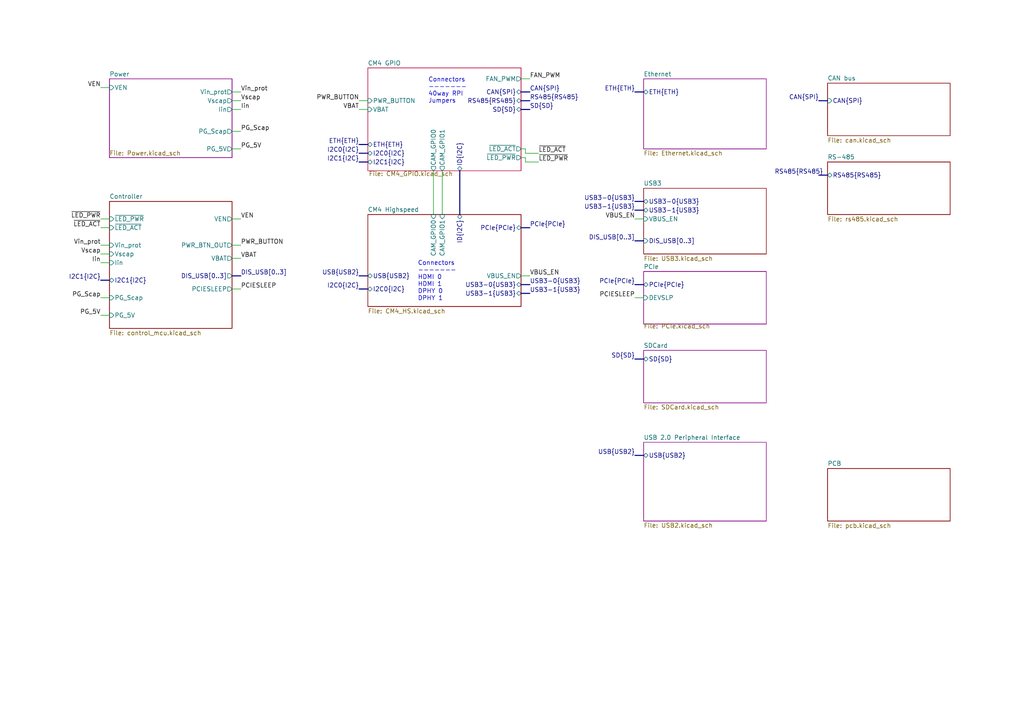
<source format=kicad_sch>
(kicad_sch
	(version 20250114)
	(generator "eeschema")
	(generator_version "9.0")
	(uuid "abc482bd-3f17-4d35-80db-1da3dcdb5c27")
	(paper "A4")
	(title_block
		(title "HALPI2")
		(date "2025-03-27")
		(rev "v0.2.0")
		(company "Hat Labs Oy")
		(comment 1 "https://ohwr.org/cern_ohl_s_v2.pdf")
		(comment 2 "To view a copy of this license, visit ")
		(comment 3 "HALPI2 is licensed under CERN-OHL-S v2.")
	)
	(lib_symbols)
	(text "Connectors\n-------\nHDMI 0\nHDMI 1\nDPHY 0\nDPHY 1"
		(exclude_from_sim no)
		(at 121.158 87.376 0)
		(effects
			(font
				(size 1.27 1.27)
			)
			(justify left bottom)
		)
		(uuid "4bf8a8d5-9f88-49ef-9663-9c163085ac61")
	)
	(text "Connectors\n-------\n40way RPI\nJumpers"
		(exclude_from_sim no)
		(at 124.206 30.099 0)
		(effects
			(font
				(size 1.27 1.27)
			)
			(justify left bottom)
		)
		(uuid "4fd238d0-f3c3-4bab-93f0-7f4050d42d72")
	)
	(wire
		(pts
			(xy 29.21 86.36) (xy 31.75 86.36)
		)
		(stroke
			(width 0)
			(type default)
		)
		(uuid "02888d5d-ee29-4768-86ce-d26fc074b411")
	)
	(bus
		(pts
			(xy 104.14 44.45) (xy 106.68 44.45)
		)
		(stroke
			(width 0)
			(type default)
		)
		(uuid "07415eb4-bae4-4874-b7a8-7507e83a0523")
	)
	(wire
		(pts
			(xy 104.14 29.21) (xy 106.68 29.21)
		)
		(stroke
			(width 0)
			(type default)
		)
		(uuid "0be03eeb-03fc-4bef-bab1-907f7855bf00")
	)
	(bus
		(pts
			(xy 237.49 29.21) (xy 240.03 29.21)
		)
		(stroke
			(width 0)
			(type default)
		)
		(uuid "11246b5c-f547-42cc-9889-4ed92d07b5be")
	)
	(wire
		(pts
			(xy 184.15 63.5) (xy 186.69 63.5)
		)
		(stroke
			(width 0)
			(type default)
		)
		(uuid "11c20af6-f7c7-4cfe-9642-fc10b8eb700e")
	)
	(wire
		(pts
			(xy 29.21 76.2) (xy 31.75 76.2)
		)
		(stroke
			(width 0)
			(type default)
		)
		(uuid "15ef72fe-f541-4b96-ab38-2ee66536867b")
	)
	(wire
		(pts
			(xy 156.21 46.99) (xy 152.4 46.99)
		)
		(stroke
			(width 0)
			(type default)
		)
		(uuid "19b88949-895d-4ece-b5e8-785e183a6549")
	)
	(bus
		(pts
			(xy 184.15 104.14) (xy 186.69 104.14)
		)
		(stroke
			(width 0)
			(type default)
		)
		(uuid "2e1b72bc-cf9c-4ad0-a7de-808f028d98e6")
	)
	(wire
		(pts
			(xy 29.21 71.12) (xy 31.75 71.12)
		)
		(stroke
			(width 0)
			(type default)
		)
		(uuid "44df15e7-d8a7-43ab-9c12-a16c4dd5cbe3")
	)
	(bus
		(pts
			(xy 151.13 26.67) (xy 153.67 26.67)
		)
		(stroke
			(width 0)
			(type default)
		)
		(uuid "46aa125a-f94d-428f-b6f6-45604995952e")
	)
	(wire
		(pts
			(xy 153.67 22.86) (xy 151.13 22.86)
		)
		(stroke
			(width 0)
			(type default)
		)
		(uuid "47719fc4-99a2-469b-ad4b-62db54338f05")
	)
	(wire
		(pts
			(xy 153.67 80.01) (xy 151.13 80.01)
		)
		(stroke
			(width 0)
			(type default)
		)
		(uuid "4eead23a-1c1b-4d18-b973-c93a35ceeb99")
	)
	(wire
		(pts
			(xy 152.4 45.72) (xy 151.13 45.72)
		)
		(stroke
			(width 0)
			(type default)
		)
		(uuid "5b83f614-42ec-4a20-90da-9179920ec64a")
	)
	(wire
		(pts
			(xy 104.14 31.75) (xy 106.68 31.75)
		)
		(stroke
			(width 0)
			(type default)
		)
		(uuid "632b63d3-00af-49da-8f81-637c99d4afdf")
	)
	(wire
		(pts
			(xy 29.21 63.5) (xy 31.75 63.5)
		)
		(stroke
			(width 0)
			(type default)
		)
		(uuid "664bbc6b-5e14-46cf-9c6d-3ce3e0226085")
	)
	(wire
		(pts
			(xy 152.4 43.18) (xy 151.13 43.18)
		)
		(stroke
			(width 0)
			(type default)
		)
		(uuid "6959dddb-e499-4862-b50e-7b46d65c3612")
	)
	(wire
		(pts
			(xy 152.4 45.72) (xy 152.4 46.99)
		)
		(stroke
			(width 0)
			(type default)
		)
		(uuid "6ed1a263-0c1b-406c-8653-e5db724acf6d")
	)
	(bus
		(pts
			(xy 186.69 132.08) (xy 184.15 132.08)
		)
		(stroke
			(width 0)
			(type default)
		)
		(uuid "6f10f722-a7c8-4b83-8ae6-7bde9f116d98")
	)
	(bus
		(pts
			(xy 133.35 49.53) (xy 133.35 62.23)
		)
		(stroke
			(width 0)
			(type default)
		)
		(uuid "72bcda9e-7530-4763-bb42-88bca04e5f57")
	)
	(wire
		(pts
			(xy 69.85 38.1) (xy 67.31 38.1)
		)
		(stroke
			(width 0)
			(type default)
		)
		(uuid "72d310d0-6461-44cd-abf2-e6d1143a86ef")
	)
	(bus
		(pts
			(xy 151.13 31.75) (xy 153.67 31.75)
		)
		(stroke
			(width 0)
			(type default)
		)
		(uuid "7876913a-8174-4eb4-854e-3620e3b671ec")
	)
	(wire
		(pts
			(xy 156.21 44.45) (xy 152.4 44.45)
		)
		(stroke
			(width 0)
			(type default)
		)
		(uuid "7a672645-07cf-495f-b8c3-50c7ea759ef1")
	)
	(bus
		(pts
			(xy 184.15 60.96) (xy 186.69 60.96)
		)
		(stroke
			(width 0)
			(type default)
		)
		(uuid "7d3e892b-fb0f-4355-ba94-9e5c61569599")
	)
	(wire
		(pts
			(xy 67.31 29.21) (xy 69.85 29.21)
		)
		(stroke
			(width 0)
			(type default)
		)
		(uuid "7e36b947-7d02-47fb-9ffa-5e92aed0ee9d")
	)
	(wire
		(pts
			(xy 29.21 91.44) (xy 31.75 91.44)
		)
		(stroke
			(width 0)
			(type default)
		)
		(uuid "84fd132b-8eea-40e4-b893-346ed21e3a93")
	)
	(bus
		(pts
			(xy 184.15 69.85) (xy 186.69 69.85)
		)
		(stroke
			(width 0)
			(type default)
		)
		(uuid "91eae93f-5fc5-4c3f-8df7-b9ecb2fcde57")
	)
	(wire
		(pts
			(xy 69.85 43.18) (xy 67.31 43.18)
		)
		(stroke
			(width 0)
			(type default)
		)
		(uuid "945811e8-ba4c-4fbd-ad01-4d49aa066abd")
	)
	(bus
		(pts
			(xy 237.49 50.8) (xy 240.03 50.8)
		)
		(stroke
			(width 0)
			(type default)
		)
		(uuid "984d820a-c2f3-480d-b74c-aa7894390ec7")
	)
	(wire
		(pts
			(xy 31.75 25.4) (xy 29.21 25.4)
		)
		(stroke
			(width 0)
			(type default)
		)
		(uuid "9ae234bb-349e-41dc-b46e-f89a19e8dd9e")
	)
	(bus
		(pts
			(xy 151.13 66.04) (xy 153.67 66.04)
		)
		(stroke
			(width 0)
			(type default)
		)
		(uuid "a0c67cb0-c52b-4505-9aa7-9c2a1ec76862")
	)
	(bus
		(pts
			(xy 184.15 58.42) (xy 186.69 58.42)
		)
		(stroke
			(width 0)
			(type default)
		)
		(uuid "a8cddcf1-c6cb-496c-a498-cec4c99004de")
	)
	(wire
		(pts
			(xy 67.31 26.67) (xy 69.85 26.67)
		)
		(stroke
			(width 0)
			(type default)
		)
		(uuid "ab65bb74-a5be-47c5-af50-42bd35015593")
	)
	(bus
		(pts
			(xy 69.85 80.01) (xy 67.31 80.01)
		)
		(stroke
			(width 0)
			(type default)
		)
		(uuid "ad85529f-a348-4e41-a247-fd7ef721e49f")
	)
	(bus
		(pts
			(xy 104.14 80.01) (xy 106.68 80.01)
		)
		(stroke
			(width 0)
			(type default)
		)
		(uuid "b10540d3-20d7-4df9-bbfe-0ff414c50fc2")
	)
	(wire
		(pts
			(xy 69.85 83.82) (xy 67.31 83.82)
		)
		(stroke
			(width 0)
			(type default)
		)
		(uuid "b154b013-e748-48d7-b92d-24700c6bd535")
	)
	(wire
		(pts
			(xy 67.31 31.75) (xy 69.85 31.75)
		)
		(stroke
			(width 0)
			(type default)
		)
		(uuid "ba578018-cc09-41c3-9894-e7dc4b7c16d1")
	)
	(bus
		(pts
			(xy 151.13 82.55) (xy 153.67 82.55)
		)
		(stroke
			(width 0)
			(type default)
		)
		(uuid "c62b83e4-e920-4fd7-9745-55c9824f417f")
	)
	(wire
		(pts
			(xy 69.85 71.12) (xy 67.31 71.12)
		)
		(stroke
			(width 0)
			(type default)
		)
		(uuid "ca6200a2-ad3a-43e8-bbc3-900255514a80")
	)
	(bus
		(pts
			(xy 151.13 85.09) (xy 153.67 85.09)
		)
		(stroke
			(width 0)
			(type default)
		)
		(uuid "ca72bd1d-bf8d-42f6-9e86-3b483ef7a605")
	)
	(bus
		(pts
			(xy 186.69 26.67) (xy 184.15 26.67)
		)
		(stroke
			(width 0)
			(type default)
		)
		(uuid "cefcc49e-b6c3-4e6f-ab84-cd1ccb653705")
	)
	(wire
		(pts
			(xy 69.85 63.5) (xy 67.31 63.5)
		)
		(stroke
			(width 0)
			(type default)
		)
		(uuid "d4e3db4b-00e7-472c-81ae-25dfdab8c7e5")
	)
	(wire
		(pts
			(xy 29.21 73.66) (xy 31.75 73.66)
		)
		(stroke
			(width 0)
			(type default)
		)
		(uuid "d97b66b4-5d13-45de-9a8c-98e851f7c037")
	)
	(wire
		(pts
			(xy 184.15 86.36) (xy 186.69 86.36)
		)
		(stroke
			(width 0)
			(type default)
		)
		(uuid "dacb4558-c016-4bd6-bb85-21fa1329beaa")
	)
	(bus
		(pts
			(xy 29.21 81.28) (xy 31.75 81.28)
		)
		(stroke
			(width 0)
			(type default)
		)
		(uuid "dbebc403-e11b-484c-a352-b3ecec786af3")
	)
	(wire
		(pts
			(xy 125.73 49.53) (xy 125.73 62.23)
		)
		(stroke
			(width 0)
			(type default)
		)
		(uuid "de1e6e08-2499-4531-b886-96feafb46433")
	)
	(bus
		(pts
			(xy 104.14 46.99) (xy 106.68 46.99)
		)
		(stroke
			(width 0)
			(type default)
		)
		(uuid "df0941fc-aba9-4515-92d4-63f6a84c0ffe")
	)
	(wire
		(pts
			(xy 69.85 74.93) (xy 67.31 74.93)
		)
		(stroke
			(width 0)
			(type default)
		)
		(uuid "e61f2686-05cf-4a03-9411-28a02e9843b0")
	)
	(bus
		(pts
			(xy 104.14 41.91) (xy 106.68 41.91)
		)
		(stroke
			(width 0)
			(type default)
		)
		(uuid "e9123295-1a01-4863-98dd-cd43f85e68cc")
	)
	(wire
		(pts
			(xy 152.4 43.18) (xy 152.4 44.45)
		)
		(stroke
			(width 0)
			(type default)
		)
		(uuid "e9b0a3bd-e7d0-4edc-a244-3c1f3e3e625e")
	)
	(bus
		(pts
			(xy 104.14 83.82) (xy 106.68 83.82)
		)
		(stroke
			(width 0)
			(type default)
		)
		(uuid "f30fa3a9-1431-4deb-b971-b89cd1816d45")
	)
	(bus
		(pts
			(xy 184.15 82.55) (xy 186.69 82.55)
		)
		(stroke
			(width 0)
			(type default)
		)
		(uuid "f54e951c-590d-484d-a835-f27478cef03a")
	)
	(wire
		(pts
			(xy 29.21 66.04) (xy 31.75 66.04)
		)
		(stroke
			(width 0)
			(type default)
		)
		(uuid "fb7f5527-97ef-48d5-acf8-d7a76a34c82e")
	)
	(bus
		(pts
			(xy 151.13 29.21) (xy 153.67 29.21)
		)
		(stroke
			(width 0)
			(type default)
		)
		(uuid "fb8c7d56-3e68-4ec4-a165-4a5833cbeff2")
	)
	(wire
		(pts
			(xy 128.27 49.53) (xy 128.27 62.23)
		)
		(stroke
			(width 0)
			(type default)
		)
		(uuid "fc382bbf-6f0b-4eed-9aef-230831d902ad")
	)
	(label "VEN"
		(at 29.21 25.4 180)
		(effects
			(font
				(size 1.27 1.27)
			)
			(justify right bottom)
		)
		(uuid "031d2594-5018-40ac-9c52-80dca5fa7a73")
	)
	(label "SD{SD}"
		(at 184.15 104.14 180)
		(effects
			(font
				(size 1.27 1.27)
			)
			(justify right bottom)
		)
		(uuid "033d42b8-ec0a-464e-ba57-40cb8a16086f")
	)
	(label "PCIESLEEP"
		(at 69.85 83.82 0)
		(effects
			(font
				(size 1.27 1.27)
			)
			(justify left bottom)
		)
		(uuid "0371c1c1-107c-434b-9bab-e02f957b326b")
	)
	(label "I2C0{I2C}"
		(at 104.14 44.45 180)
		(effects
			(font
				(size 1.27 1.27)
			)
			(justify right bottom)
		)
		(uuid "1293c695-1c68-4e1b-8bfa-e6d5de63338a")
	)
	(label "USB{USB2}"
		(at 104.14 80.01 180)
		(effects
			(font
				(size 1.27 1.27)
			)
			(justify right bottom)
		)
		(uuid "142ef35c-e64f-4a62-9df9-c8e64d0f88b7")
	)
	(label "SD{SD}"
		(at 153.67 31.75 0)
		(effects
			(font
				(size 1.27 1.27)
			)
			(justify left bottom)
		)
		(uuid "177ca6eb-6ef4-454a-8f1d-88e745bfa4ee")
	)
	(label "CAN{SPI}"
		(at 237.49 29.21 180)
		(effects
			(font
				(size 1.27 1.27)
			)
			(justify right bottom)
		)
		(uuid "179a2fb1-6cd4-4669-96ad-fa76b03cb52d")
	)
	(label "RS485{RS485}"
		(at 238.76 50.8 180)
		(effects
			(font
				(size 1.27 1.27)
			)
			(justify right bottom)
		)
		(uuid "17cd0dad-b67b-4096-af02-5bed1355aed9")
	)
	(label "VBUS_EN"
		(at 184.15 63.5 180)
		(effects
			(font
				(size 1.27 1.27)
			)
			(justify right bottom)
		)
		(uuid "1e079eeb-542e-4748-ac46-f5b944731926")
	)
	(label "USB{USB2}"
		(at 184.15 132.08 180)
		(effects
			(font
				(size 1.27 1.27)
			)
			(justify right bottom)
		)
		(uuid "2092871d-37f0-40a8-8599-75fe08a84a5f")
	)
	(label "VEN"
		(at 69.85 63.5 0)
		(effects
			(font
				(size 1.27 1.27)
			)
			(justify left bottom)
		)
		(uuid "25e6f39d-6a22-4745-aefc-7c9583c17768")
	)
	(label "VBUS_EN"
		(at 153.67 80.01 0)
		(effects
			(font
				(size 1.27 1.27)
			)
			(justify left bottom)
		)
		(uuid "26dd03cb-ec24-4a9b-82c8-80e2eb480499")
	)
	(label "I2C1{I2C}"
		(at 29.21 81.28 180)
		(effects
			(font
				(size 1.27 1.27)
			)
			(justify right bottom)
		)
		(uuid "333af985-6fee-4f92-af58-a7cd51694470")
	)
	(label "Iin"
		(at 69.85 31.75 0)
		(effects
			(font
				(size 1.27 1.27)
			)
			(justify left bottom)
		)
		(uuid "4b68380b-32b4-4300-8304-fbc184f9e631")
	)
	(label "Vin_prot"
		(at 29.21 71.12 180)
		(effects
			(font
				(size 1.27 1.27)
			)
			(justify right bottom)
		)
		(uuid "4b7a0618-6495-4a87-bf7e-d034837036ef")
	)
	(label "VBAT"
		(at 69.85 74.93 0)
		(effects
			(font
				(size 1.27 1.27)
			)
			(justify left bottom)
		)
		(uuid "4fcf96d0-c032-41d8-afb4-2f3d10ab2388")
	)
	(label "RS485{RS485}"
		(at 153.67 29.21 0)
		(effects
			(font
				(size 1.27 1.27)
			)
			(justify left bottom)
		)
		(uuid "53a8113b-5146-48a6-bb1c-cdf16be8efe1")
	)
	(label "PCIe{PCIe}"
		(at 184.15 82.55 180)
		(effects
			(font
				(size 1.27 1.27)
			)
			(justify right bottom)
		)
		(uuid "56bbdbd8-d6d2-4b54-8290-857a78b6c350")
	)
	(label "USB3-0{USB3}"
		(at 153.67 82.55 0)
		(effects
			(font
				(size 1.27 1.27)
			)
			(justify left bottom)
		)
		(uuid "56d4676f-f57a-461b-8f02-404a86e4ca2f")
	)
	(label "USB3-1{USB3}"
		(at 184.15 60.96 180)
		(effects
			(font
				(size 1.27 1.27)
			)
			(justify right bottom)
		)
		(uuid "5873f6e6-f51e-4474-9cdf-6b0cf2181013")
	)
	(label "USB3-1{USB3}"
		(at 153.67 85.09 0)
		(effects
			(font
				(size 1.27 1.27)
			)
			(justify left bottom)
		)
		(uuid "5fe2689f-5239-4cdf-a274-7e3484890e11")
	)
	(label "VBAT"
		(at 104.14 31.75 180)
		(effects
			(font
				(size 1.27 1.27)
			)
			(justify right bottom)
		)
		(uuid "63769cb0-7ac2-4e25-a91a-34978da4ae6e")
	)
	(label "DIS_USB[0..3]"
		(at 184.15 69.85 180)
		(effects
			(font
				(size 1.27 1.27)
			)
			(justify right bottom)
		)
		(uuid "639b834e-81e2-4680-a3c2-bf5501944612")
	)
	(label "ETH{ETH}"
		(at 104.14 41.91 180)
		(effects
			(font
				(size 1.27 1.27)
			)
			(justify right bottom)
		)
		(uuid "63b6fe88-fbbc-42b6-908c-c065a409202e")
	)
	(label "PG_Scap"
		(at 29.21 86.36 180)
		(effects
			(font
				(size 1.27 1.27)
			)
			(justify right bottom)
		)
		(uuid "6e63c3c4-dde7-457b-b3fe-88b0774168f2")
	)
	(label "USB3-0{USB3}"
		(at 184.15 58.42 180)
		(effects
			(font
				(size 1.27 1.27)
			)
			(justify right bottom)
		)
		(uuid "705ae093-b762-48fc-9b51-71e34aa6480e")
	)
	(label "~{LED_PWR}"
		(at 29.21 63.5 180)
		(effects
			(font
				(size 1.27 1.27)
			)
			(justify right bottom)
		)
		(uuid "71b9f624-9757-4125-8679-b477454b97ff")
	)
	(label "PG_5V"
		(at 69.85 43.18 0)
		(effects
			(font
				(size 1.27 1.27)
			)
			(justify left bottom)
		)
		(uuid "798b52ff-3b51-4b4d-b53e-18f9cd3e1698")
	)
	(label "Vscap"
		(at 69.85 29.21 0)
		(effects
			(font
				(size 1.27 1.27)
			)
			(justify left bottom)
		)
		(uuid "79a97202-4bae-41ca-80e9-680cc8633a3f")
	)
	(label "PCIe{PCIe}"
		(at 153.67 66.04 0)
		(effects
			(font
				(size 1.27 1.27)
			)
			(justify left bottom)
		)
		(uuid "82596ad6-82ad-4b0e-aa67-06653ab5a4b0")
	)
	(label "PWR_BUTTON"
		(at 69.85 71.12 0)
		(effects
			(font
				(size 1.27 1.27)
			)
			(justify left bottom)
		)
		(uuid "95a4a3ef-3ca0-4c8b-b9de-c0d8fa774b7f")
	)
	(label "~{LED_ACT}"
		(at 156.21 44.45 0)
		(effects
			(font
				(size 1.27 1.27)
			)
			(justify left bottom)
		)
		(uuid "95f01980-9492-4ec1-b621-845859a6ee48")
	)
	(label "~{LED_PWR}"
		(at 156.21 46.99 0)
		(effects
			(font
				(size 1.27 1.27)
			)
			(justify left bottom)
		)
		(uuid "995eb13d-c92e-40cc-8d33-d8f39b4909c6")
	)
	(label "PG_Scap"
		(at 69.85 38.1 0)
		(effects
			(font
				(size 1.27 1.27)
			)
			(justify left bottom)
		)
		(uuid "9c4c03aa-445a-4a09-99ba-417af36cbbd2")
	)
	(label "I2C0{I2C}"
		(at 104.14 83.82 180)
		(effects
			(font
				(size 1.27 1.27)
			)
			(justify right bottom)
		)
		(uuid "a1793cc0-4c08-4e5e-bfa1-f3decb271ba4")
	)
	(label "PWR_BUTTON"
		(at 104.14 29.21 180)
		(effects
			(font
				(size 1.27 1.27)
			)
			(justify right bottom)
		)
		(uuid "a7932a4e-5838-4b52-86c7-bec8cc4e7102")
	)
	(label "Vin_prot"
		(at 69.85 26.67 0)
		(effects
			(font
				(size 1.27 1.27)
			)
			(justify left bottom)
		)
		(uuid "adc1d97c-8708-4079-8777-4b2b1caf8c9f")
	)
	(label "FAN_PWM"
		(at 153.67 22.86 0)
		(effects
			(font
				(size 1.27 1.27)
			)
			(justify left bottom)
		)
		(uuid "c6ef4462-5147-41ab-8fba-71b28b5e7183")
	)
	(label "PG_5V"
		(at 29.21 91.44 180)
		(effects
			(font
				(size 1.27 1.27)
			)
			(justify right bottom)
		)
		(uuid "cc622ac6-0aab-4dab-8e49-bc4f24d51ef1")
	)
	(label "DIS_USB[0..3]"
		(at 69.85 80.01 0)
		(effects
			(font
				(size 1.27 1.27)
			)
			(justify left bottom)
		)
		(uuid "d3ae9e35-e8f5-445f-b879-3aea3d465a54")
	)
	(label "I2C1{I2C}"
		(at 104.14 46.99 180)
		(effects
			(font
				(size 1.27 1.27)
			)
			(justify right bottom)
		)
		(uuid "d6fe2081-aef6-46a7-8812-a20f23e00462")
	)
	(label "ETH{ETH}"
		(at 184.15 26.67 180)
		(effects
			(font
				(size 1.27 1.27)
			)
			(justify right bottom)
		)
		(uuid "db4ef89e-cde0-41eb-8f22-1a5aab85ba15")
	)
	(label "CAN{SPI}"
		(at 153.67 26.67 0)
		(effects
			(font
				(size 1.27 1.27)
			)
			(justify left bottom)
		)
		(uuid "e8c1ca9e-13a1-4089-9a10-cbffb6dacb1b")
	)
	(label "PCIESLEEP"
		(at 184.15 86.36 180)
		(effects
			(font
				(size 1.27 1.27)
			)
			(justify right bottom)
		)
		(uuid "ec2ee693-4763-49aa-8e34-cdc98d93611d")
	)
	(label "Vscap"
		(at 29.21 73.66 180)
		(effects
			(font
				(size 1.27 1.27)
			)
			(justify right bottom)
		)
		(uuid "ef72ad10-9502-4780-8425-cce93ad3ef28")
	)
	(label "Iin"
		(at 29.21 76.2 180)
		(effects
			(font
				(size 1.27 1.27)
			)
			(justify right bottom)
		)
		(uuid "f9c019b2-f704-450a-bb70-69e5dbea17dc")
	)
	(label "~{LED_ACT}"
		(at 29.21 66.04 180)
		(effects
			(font
				(size 1.27 1.27)
			)
			(justify right bottom)
		)
		(uuid "ff31b78a-2fce-4317-94ef-492d6662a03f")
	)
	(sheet
		(at 240.03 46.99)
		(size 35.56 15.24)
		(exclude_from_sim no)
		(in_bom yes)
		(on_board yes)
		(dnp no)
		(fields_autoplaced yes)
		(stroke
			(width 0.1524)
			(type solid)
		)
		(fill
			(color 0 0 0 0.0000)
		)
		(uuid "172ccc7f-ed6f-4221-b391-d1a2607d00a7")
		(property "Sheetname" "RS-485"
			(at 240.03 46.2784 0)
			(effects
				(font
					(size 1.27 1.27)
				)
				(justify left bottom)
			)
		)
		(property "Sheetfile" "rs485.kicad_sch"
			(at 240.03 62.8146 0)
			(effects
				(font
					(size 1.27 1.27)
				)
				(justify left top)
			)
		)
		(pin "RS485{RS485}" bidirectional
			(at 240.03 50.8 180)
			(uuid "a0405307-8be1-4f86-b211-786c38cb5856")
			(effects
				(font
					(size 1.27 1.27)
				)
				(justify left)
			)
		)
		(instances
			(project "HALPI2"
				(path "/abc482bd-3f17-4d35-80db-1da3dcdb5c27"
					(page "34")
				)
			)
		)
	)
	(sheet
		(at 186.69 22.86)
		(size 35.56 20.32)
		(exclude_from_sim no)
		(in_bom yes)
		(on_board yes)
		(dnp no)
		(stroke
			(width 0)
			(type solid)
			(color 132 0 132 1)
		)
		(fill
			(color 255 255 255 0.0000)
		)
		(uuid "18c18357-12fa-4472-a108-e954e5bd7840")
		(property "Sheetname" "Ethernet"
			(at 186.69 22.2241 0)
			(effects
				(font
					(size 1.27 1.27)
				)
				(justify left bottom)
			)
		)
		(property "Sheetfile" "Ethernet.kicad_sch"
			(at 186.69 43.6889 0)
			(effects
				(font
					(size 1.27 1.27)
				)
				(justify left top)
			)
		)
		(pin "ETH{ETH}" bidirectional
			(at 186.69 26.67 180)
			(uuid "e973e03f-2fde-4b73-a423-476755a06004")
			(effects
				(font
					(size 1.27 1.27)
				)
				(justify left)
			)
		)
		(instances
			(project "HALPI2"
				(path "/abc482bd-3f17-4d35-80db-1da3dcdb5c27"
					(page "23")
				)
			)
		)
	)
	(sheet
		(at 240.03 24.13)
		(size 35.56 15.24)
		(exclude_from_sim no)
		(in_bom yes)
		(on_board yes)
		(dnp no)
		(fields_autoplaced yes)
		(stroke
			(width 0.1524)
			(type solid)
		)
		(fill
			(color 0 0 0 0.0000)
		)
		(uuid "30f1d4da-1daa-4049-adbf-96a0145bcc97")
		(property "Sheetname" "CAN bus"
			(at 240.03 23.4184 0)
			(effects
				(font
					(size 1.27 1.27)
				)
				(justify left bottom)
			)
		)
		(property "Sheetfile" "can.kicad_sch"
			(at 240.03 39.9546 0)
			(effects
				(font
					(size 1.27 1.27)
				)
				(justify left top)
			)
		)
		(pin "CAN{SPI}" input
			(at 240.03 29.21 180)
			(uuid "84e9dc5f-0969-451d-99fb-94b43fd9a282")
			(effects
				(font
					(size 1.27 1.27)
				)
				(justify left)
			)
		)
		(instances
			(project "HALPI2"
				(path "/abc482bd-3f17-4d35-80db-1da3dcdb5c27"
					(page "33")
				)
			)
		)
	)
	(sheet
		(at 186.69 101.6)
		(size 35.56 15.24)
		(exclude_from_sim no)
		(in_bom yes)
		(on_board yes)
		(dnp no)
		(stroke
			(width 0)
			(type solid)
			(color 132 0 132 1)
		)
		(fill
			(color 255 255 255 0.0000)
		)
		(uuid "67ada73c-6692-4fd8-8c20-5be89f2b8650")
		(property "Sheetname" "SDCard"
			(at 186.69 100.9641 0)
			(effects
				(font
					(size 1.27 1.27)
				)
				(justify left bottom)
			)
		)
		(property "Sheetfile" "SDCard.kicad_sch"
			(at 186.69 117.3489 0)
			(effects
				(font
					(size 1.27 1.27)
				)
				(justify left top)
			)
		)
		(pin "SD{SD}" bidirectional
			(at 186.69 104.14 180)
			(uuid "e2b751d7-ef65-4871-b115-de56ee6bf2fd")
			(effects
				(font
					(size 1.27 1.27)
				)
				(justify left)
			)
		)
		(instances
			(project "HALPI2"
				(path "/abc482bd-3f17-4d35-80db-1da3dcdb5c27"
					(page "31")
				)
			)
		)
	)
	(sheet
		(at 106.68 19.685)
		(size 44.45 29.845)
		(exclude_from_sim no)
		(in_bom yes)
		(on_board yes)
		(dnp no)
		(stroke
			(width 0)
			(type solid)
			(color 187 17 66 1)
		)
		(fill
			(color 255 255 255 0.0000)
		)
		(uuid "7c248bd3-8232-4777-a40c-eab53460cf85")
		(property "Sheetname" "CM4 GPIO"
			(at 106.68 19.0491 0)
			(effects
				(font
					(size 1.27 1.27)
				)
				(justify left bottom)
			)
		)
		(property "Sheetfile" "CM4_GPIO.kicad_sch"
			(at 106.934 49.657 0)
			(effects
				(font
					(size 1.27 1.27)
				)
				(justify left top)
			)
		)
		(pin "ETH{ETH}" bidirectional
			(at 106.68 41.91 180)
			(uuid "c8965626-ebb7-4b9c-a885-bb7cc1519729")
			(effects
				(font
					(size 1.27 1.27)
				)
				(justify left)
			)
		)
		(pin "I2C0{I2C}" bidirectional
			(at 106.68 44.45 180)
			(uuid "eeccd782-552b-4985-a4f0-737b74060318")
			(effects
				(font
					(size 1.27 1.27)
				)
				(justify left)
			)
		)
		(pin "SD{SD}" bidirectional
			(at 151.13 31.75 0)
			(uuid "54e675ac-4be0-4c7a-bac9-c760d208b4a2")
			(effects
				(font
					(size 1.27 1.27)
				)
				(justify right)
			)
		)
		(pin "~{LED_PWR}" output
			(at 151.13 45.72 0)
			(uuid "e68109dc-ed5b-4115-b10c-86e3e1cd8f5e")
			(effects
				(font
					(size 1.27 1.27)
				)
				(justify right)
			)
		)
		(pin "~{LED_ACT}" output
			(at 151.13 43.18 0)
			(uuid "08a4315f-d715-4c5d-bb7b-db9b1e5d6917")
			(effects
				(font
					(size 1.27 1.27)
				)
				(justify right)
			)
		)
		(pin "FAN_PWM" output
			(at 151.13 22.86 0)
			(uuid "9fdef8b1-1ed1-4a09-9c65-439d27d4943e")
			(effects
				(font
					(size 1.27 1.27)
				)
				(justify right)
			)
		)
		(pin "CAN{SPI}" bidirectional
			(at 151.13 26.67 0)
			(uuid "bb1eb8e9-663c-4ee6-822e-c8213cde126f")
			(effects
				(font
					(size 1.27 1.27)
				)
				(justify right)
			)
		)
		(pin "RS485{RS485}" bidirectional
			(at 151.13 29.21 0)
			(uuid "61bb6bd1-c8ab-48f3-8b74-d3cfba09a4b9")
			(effects
				(font
					(size 1.27 1.27)
				)
				(justify right)
			)
		)
		(pin "CAM_GPIO0" output
			(at 125.73 49.53 270)
			(uuid "f4afc624-0806-4ec4-92ed-c9436441c8a7")
			(effects
				(font
					(size 1.27 1.27)
				)
				(justify left)
			)
		)
		(pin "ID{I2C}" bidirectional
			(at 133.35 49.53 270)
			(uuid "1c04c330-0ebe-43eb-bfff-f46d92894ca7")
			(effects
				(font
					(size 1.27 1.27)
				)
				(justify left)
			)
		)
		(pin "CAM_GPIO1" output
			(at 128.27 49.53 270)
			(uuid "0652c008-41f4-4ebc-a789-a02ef1d7d11f")
			(effects
				(font
					(size 1.27 1.27)
				)
				(justify left)
			)
		)
		(pin "PWR_BUTTON" input
			(at 106.68 29.21 180)
			(uuid "72b1157c-40aa-4142-9714-baba978b9ea4")
			(effects
				(font
					(size 1.27 1.27)
				)
				(justify left)
			)
		)
		(pin "VBAT" input
			(at 106.68 31.75 180)
			(uuid "227de73b-ec81-4e33-bda5-a76201cbef2e")
			(effects
				(font
					(size 1.27 1.27)
				)
				(justify left)
			)
		)
		(pin "I2C1{I2C}" bidirectional
			(at 106.68 46.99 180)
			(uuid "b5520b1c-b232-4224-b856-ab194bade271")
			(effects
				(font
					(size 1.27 1.27)
				)
				(justify left)
			)
		)
		(instances
			(project "HALPI2"
				(path "/abc482bd-3f17-4d35-80db-1da3dcdb5c27"
					(page "16")
				)
			)
		)
	)
	(sheet
		(at 31.75 58.42)
		(size 35.56 36.83)
		(exclude_from_sim no)
		(in_bom yes)
		(on_board yes)
		(dnp no)
		(fields_autoplaced yes)
		(stroke
			(width 0.1524)
			(type solid)
		)
		(fill
			(color 0 0 0 0.0000)
		)
		(uuid "850df4bf-e40a-4082-adc2-76804638b949")
		(property "Sheetname" "Controller"
			(at 31.75 57.7084 0)
			(effects
				(font
					(size 1.27 1.27)
				)
				(justify left bottom)
			)
		)
		(property "Sheetfile" "control_mcu.kicad_sch"
			(at 31.75 95.8346 0)
			(effects
				(font
					(size 1.27 1.27)
				)
				(justify left top)
			)
		)
		(pin "Vin_prot" input
			(at 31.75 71.12 180)
			(uuid "6b4f1da1-0804-4a5f-ab9b-d4f85225dfb7")
			(effects
				(font
					(size 1.27 1.27)
				)
				(justify left)
			)
		)
		(pin "Vscap" input
			(at 31.75 73.66 180)
			(uuid "d7ad14e1-d8a9-4175-bc55-388038823b54")
			(effects
				(font
					(size 1.27 1.27)
				)
				(justify left)
			)
		)
		(pin "VEN" output
			(at 67.31 63.5 0)
			(uuid "68ef7b1d-79e5-43ea-b3e1-b6a081af97ac")
			(effects
				(font
					(size 1.27 1.27)
				)
				(justify right)
			)
		)
		(pin "Iin" input
			(at 31.75 76.2 180)
			(uuid "6c00fd8b-dcb1-4f46-aab9-8f07454b2be2")
			(effects
				(font
					(size 1.27 1.27)
				)
				(justify left)
			)
		)
		(pin "~{LED_PWR}" input
			(at 31.75 63.5 180)
			(uuid "8c7b2072-0025-43af-a48f-4de59d38e911")
			(effects
				(font
					(size 1.27 1.27)
				)
				(justify left)
			)
		)
		(pin "~{LED_ACT}" input
			(at 31.75 66.04 180)
			(uuid "3cffec15-f956-464e-9ef1-8ba5d3256a10")
			(effects
				(font
					(size 1.27 1.27)
				)
				(justify left)
			)
		)
		(pin "PWR_BTN_OUT" output
			(at 67.31 71.12 0)
			(uuid "1a36131c-9218-4a37-b18f-7ac990a87254")
			(effects
				(font
					(size 1.27 1.27)
				)
				(justify right)
			)
		)
		(pin "VBAT" output
			(at 67.31 74.93 0)
			(uuid "9b8199d8-dfc2-488e-a0a6-2c9aa0a3c51a")
			(effects
				(font
					(size 1.27 1.27)
				)
				(justify right)
			)
		)
		(pin "I2C1{I2C}" bidirectional
			(at 31.75 81.28 180)
			(uuid "44e618fc-3578-40b1-8b28-e12a22e89f59")
			(effects
				(font
					(size 1.27 1.27)
				)
				(justify left)
			)
		)
		(pin "DIS_USB[0..3]" output
			(at 67.31 80.01 0)
			(uuid "d69e8486-c120-4d53-bea8-d0c3efb96c65")
			(effects
				(font
					(size 1.27 1.27)
				)
				(justify right)
			)
		)
		(pin "PG_5V" input
			(at 31.75 91.44 180)
			(uuid "b48ec1db-beee-4d35-89d9-f8373b6d5025")
			(effects
				(font
					(size 1.27 1.27)
				)
				(justify left)
			)
		)
		(pin "PG_Scap" input
			(at 31.75 86.36 180)
			(uuid "1d622e88-4538-49f8-9dd1-17f57ac6efd6")
			(effects
				(font
					(size 1.27 1.27)
				)
				(justify left)
			)
		)
		(pin "PCIESLEEP" output
			(at 67.31 83.82 0)
			(uuid "1549d25e-6412-4460-995b-08341e3704cb")
			(effects
				(font
					(size 1.27 1.27)
				)
				(justify right)
			)
		)
		(instances
			(project "HALPI2"
				(path "/abc482bd-3f17-4d35-80db-1da3dcdb5c27"
					(page "12")
				)
			)
		)
	)
	(sheet
		(at 106.68 62.23)
		(size 44.45 26.67)
		(exclude_from_sim no)
		(in_bom yes)
		(on_board yes)
		(dnp no)
		(fields_autoplaced yes)
		(stroke
			(width 0.1524)
			(type solid)
		)
		(fill
			(color 0 0 0 0.0000)
		)
		(uuid "851e7ce4-d5b0-47f7-ace9-4a347f172348")
		(property "Sheetname" "CM4 Highspeed"
			(at 106.68 61.5184 0)
			(effects
				(font
					(size 1.27 1.27)
				)
				(justify left bottom)
			)
		)
		(property "Sheetfile" "CM4_HS.kicad_sch"
			(at 106.68 89.4846 0)
			(effects
				(font
					(size 1.27 1.27)
				)
				(justify left top)
			)
		)
		(pin "I2C0{I2C}" bidirectional
			(at 106.68 83.82 180)
			(uuid "ca8d61cd-bed4-4add-ae7d-5190d4937e5b")
			(effects
				(font
					(size 1.27 1.27)
				)
				(justify left)
			)
		)
		(pin "CAM_GPIO0" input
			(at 125.73 62.23 90)
			(uuid "9b065063-36a3-448c-89db-5827217f7e6a")
			(effects
				(font
					(size 1.27 1.27)
				)
				(justify right)
			)
		)
		(pin "CAM_GPIO1" input
			(at 128.27 62.23 90)
			(uuid "193cf731-9228-4281-8c23-346188144365")
			(effects
				(font
					(size 1.27 1.27)
				)
				(justify right)
			)
		)
		(pin "PCIe{PCIe}" bidirectional
			(at 151.13 66.04 0)
			(uuid "c56a734d-86ec-442a-a8e4-483ac036398d")
			(effects
				(font
					(size 1.27 1.27)
				)
				(justify right)
			)
		)
		(pin "ID{I2C}" bidirectional
			(at 133.35 62.23 90)
			(uuid "aed199e2-c3f1-45d7-92d2-9a1b3d0cd9f2")
			(effects
				(font
					(size 1.27 1.27)
				)
				(justify right)
			)
		)
		(pin "USB{USB2}" bidirectional
			(at 106.68 80.01 180)
			(uuid "fa8d416c-4d1b-47f5-8189-5a1275bc060f")
			(effects
				(font
					(size 1.27 1.27)
				)
				(justify left)
			)
		)
		(pin "USB3-1{USB3}" bidirectional
			(at 151.13 85.09 0)
			(uuid "cda24ff6-4f18-4791-919d-49ad062a8981")
			(effects
				(font
					(size 1.27 1.27)
				)
				(justify right)
			)
		)
		(pin "USB3-0{USB3}" bidirectional
			(at 151.13 82.55 0)
			(uuid "c1b51c74-7bf1-41f2-b807-eeaa639132b1")
			(effects
				(font
					(size 1.27 1.27)
				)
				(justify right)
			)
		)
		(pin "VBUS_EN" output
			(at 151.13 80.01 0)
			(uuid "06f14df6-95d7-45fb-be95-74c0671f9ed9")
			(effects
				(font
					(size 1.27 1.27)
				)
				(justify right)
			)
		)
		(instances
			(project "HALPI2"
				(path "/abc482bd-3f17-4d35-80db-1da3dcdb5c27"
					(page "18")
				)
			)
		)
	)
	(sheet
		(at 186.69 78.74)
		(size 35.56 15.24)
		(exclude_from_sim no)
		(in_bom yes)
		(on_board yes)
		(dnp no)
		(stroke
			(width 0)
			(type solid)
			(color 132 0 132 1)
		)
		(fill
			(color 255 255 255 0.0000)
		)
		(uuid "a1a835e0-c072-4609-9cb4-4b95bf746f54")
		(property "Sheetname" "PCIe"
			(at 186.69 78.1041 0)
			(effects
				(font
					(size 1.27 1.27)
				)
				(justify left bottom)
			)
		)
		(property "Sheetfile" "PCIe.kicad_sch"
			(at 186.69 93.8539 0)
			(effects
				(font
					(size 1.27 1.27)
				)
				(justify left top)
			)
		)
		(pin "PCIe{PCIe}" bidirectional
			(at 186.69 82.55 180)
			(uuid "664aff06-563e-4a62-8313-6186ba1b95cd")
			(effects
				(font
					(size 1.27 1.27)
				)
				(justify left)
			)
		)
		(pin "DEVSLP" input
			(at 186.69 86.36 180)
			(uuid "a7371e98-0e6c-4987-92e2-84b860892e8c")
			(effects
				(font
					(size 1.27 1.27)
				)
				(justify left)
			)
		)
		(instances
			(project "HALPI2"
				(path "/abc482bd-3f17-4d35-80db-1da3dcdb5c27"
					(page "30")
				)
			)
		)
	)
	(sheet
		(at 186.69 128.27)
		(size 35.56 22.86)
		(exclude_from_sim no)
		(in_bom yes)
		(on_board yes)
		(dnp no)
		(stroke
			(width 0)
			(type solid)
			(color 132 0 132 1)
		)
		(fill
			(color 255 255 255 0.0000)
		)
		(uuid "aa1d8d83-5167-420c-9ee7-3e4dcc942bfc")
		(property "Sheetname" "USB 2.0 Peripheral Interface"
			(at 186.69 127.6341 0)
			(effects
				(font
					(size 1.27 1.27)
				)
				(justify left bottom)
			)
		)
		(property "Sheetfile" "USB2.kicad_sch"
			(at 186.69 151.6389 0)
			(effects
				(font
					(size 1.27 1.27)
				)
				(justify left top)
			)
		)
		(pin "USB{USB2}" bidirectional
			(at 186.69 132.08 180)
			(uuid "bb9eaf46-9245-473c-aa30-30550fb5e9c9")
			(effects
				(font
					(size 1.27 1.27)
				)
				(justify left)
			)
		)
		(instances
			(project "HALPI2"
				(path "/abc482bd-3f17-4d35-80db-1da3dcdb5c27"
					(page "32")
				)
			)
		)
	)
	(sheet
		(at 186.69 54.61)
		(size 35.56 19.05)
		(exclude_from_sim no)
		(in_bom yes)
		(on_board yes)
		(dnp no)
		(fields_autoplaced yes)
		(stroke
			(width 0.1524)
			(type solid)
		)
		(fill
			(color 0 0 0 0.0000)
		)
		(uuid "b774f543-305e-4249-92c3-c3de7e8a285e")
		(property "Sheetname" "USB3"
			(at 186.69 53.8984 0)
			(effects
				(font
					(size 1.27 1.27)
				)
				(justify left bottom)
			)
		)
		(property "Sheetfile" "USB3.kicad_sch"
			(at 186.69 74.2446 0)
			(effects
				(font
					(size 1.27 1.27)
				)
				(justify left top)
			)
		)
		(pin "USB3-0{USB3}" bidirectional
			(at 186.69 58.42 180)
			(uuid "bd1e6d4c-fae8-4f6d-972d-9075d0fce7ae")
			(effects
				(font
					(size 1.27 1.27)
				)
				(justify left)
			)
		)
		(pin "USB3-1{USB3}" bidirectional
			(at 186.69 60.96 180)
			(uuid "4a176a28-97a9-4472-8b3c-ad2567601c81")
			(effects
				(font
					(size 1.27 1.27)
				)
				(justify left)
			)
		)
		(pin "VBUS_EN" input
			(at 186.69 63.5 180)
			(uuid "2353ca64-cbe2-400f-8803-77d3d6e7ec0b")
			(effects
				(font
					(size 1.27 1.27)
				)
				(justify left)
			)
		)
		(pin "DIS_USB[0..3]" input
			(at 186.69 69.85 180)
			(uuid "d0f5c110-fe1f-40b2-85f4-52d1a881da38")
			(effects
				(font
					(size 1.27 1.27)
				)
				(justify left)
			)
		)
		(instances
			(project "HALPI2"
				(path "/abc482bd-3f17-4d35-80db-1da3dcdb5c27"
					(page "24")
				)
			)
		)
	)
	(sheet
		(at 31.75 22.86)
		(size 35.56 22.86)
		(exclude_from_sim no)
		(in_bom yes)
		(on_board yes)
		(dnp no)
		(stroke
			(width 0)
			(type solid)
			(color 132 0 132 1)
		)
		(fill
			(color 255 255 255 0.0000)
		)
		(uuid "c7bf4e1f-6bd1-4be7-9e56-1bd438bf5d42")
		(property "Sheetname" "Power"
			(at 31.75 22.2241 0)
			(effects
				(font
					(size 1.27 1.27)
				)
				(justify left bottom)
			)
		)
		(property "Sheetfile" "Power.kicad_sch"
			(at 31.75 43.6889 0)
			(effects
				(font
					(size 1.27 1.27)
				)
				(justify left top)
			)
		)
		(pin "Iin" output
			(at 67.31 31.75 0)
			(uuid "7df0faba-ef1b-4f01-bdc7-9e88667d9af7")
			(effects
				(font
					(size 1.27 1.27)
				)
				(justify right)
			)
		)
		(pin "VEN" input
			(at 31.75 25.4 180)
			(uuid "43ddbb20-ba71-449d-88d3-9f5bbed43853")
			(effects
				(font
					(size 1.27 1.27)
				)
				(justify left)
			)
		)
		(pin "Vscap" output
			(at 67.31 29.21 0)
			(uuid "deacb2d3-f6c4-48f5-a033-087db85660fe")
			(effects
				(font
					(size 1.27 1.27)
				)
				(justify right)
			)
		)
		(pin "Vin_prot" output
			(at 67.31 26.67 0)
			(uuid "66410a0a-80bf-41fd-ac75-1d59563fdd17")
			(effects
				(font
					(size 1.27 1.27)
				)
				(justify right)
			)
		)
		(pin "PG_5V" output
			(at 67.31 43.18 0)
			(uuid "3050cdc3-4fc0-4eef-94f5-144e5653f0ba")
			(effects
				(font
					(size 1.27 1.27)
				)
				(justify right)
			)
		)
		(pin "PG_Scap" output
			(at 67.31 38.1 0)
			(uuid "58f063c6-69c5-4e9f-a3bf-2405bccd1ab2")
			(effects
				(font
					(size 1.27 1.27)
				)
				(justify right)
			)
		)
		(instances
			(project "HALPI2"
				(path "/abc482bd-3f17-4d35-80db-1da3dcdb5c27"
					(page "2")
				)
			)
		)
	)
	(sheet
		(at 240.03 135.89)
		(size 35.56 15.24)
		(exclude_from_sim no)
		(in_bom yes)
		(on_board yes)
		(dnp no)
		(fields_autoplaced yes)
		(stroke
			(width 0.1524)
			(type solid)
		)
		(fill
			(color 0 0 0 0.0000)
		)
		(uuid "e4643111-53ad-48d1-8ad1-a500e184f609")
		(property "Sheetname" "PCB"
			(at 240.03 135.1784 0)
			(effects
				(font
					(size 1.27 1.27)
				)
				(justify left bottom)
			)
		)
		(property "Sheetfile" "pcb.kicad_sch"
			(at 240.03 151.7146 0)
			(effects
				(font
					(size 1.27 1.27)
				)
				(justify left top)
			)
		)
		(instances
			(project "HALPI2"
				(path "/abc482bd-3f17-4d35-80db-1da3dcdb5c27"
					(page "35")
				)
			)
		)
	)
	(sheet_instances
		(path "/"
			(page "1")
		)
	)
	(embedded_fonts no)
)

</source>
